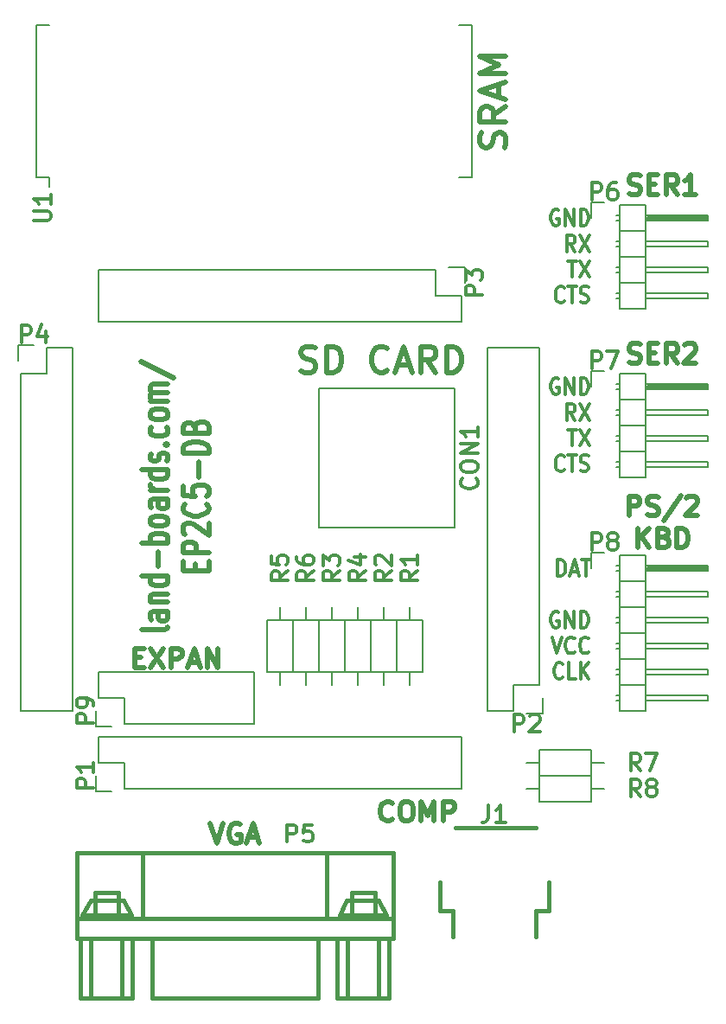
<source format=gto>
G04 #@! TF.FileFunction,Legend,Top*
%FSLAX46Y46*%
G04 Gerber Fmt 4.6, Leading zero omitted, Abs format (unit mm)*
G04 Created by KiCad (PCBNEW (after 2015-mar-04 BZR unknown)-product) date 11/23/2016 1:26:53 PM*
%MOMM*%
G01*
G04 APERTURE LIST*
%ADD10C,0.150000*%
%ADD11C,0.476250*%
%ADD12C,0.300000*%
%ADD13C,0.508000*%
%ADD14C,0.381000*%
%ADD15C,0.200660*%
%ADD16C,0.317500*%
G04 APERTURE END LIST*
D10*
D11*
X22587857Y-77333929D02*
X23222857Y-77333929D01*
X23495000Y-78331786D02*
X22587857Y-78331786D01*
X22587857Y-76426786D01*
X23495000Y-76426786D01*
X24130000Y-76426786D02*
X25400000Y-78331786D01*
X25400000Y-76426786D02*
X24130000Y-78331786D01*
X26125714Y-78331786D02*
X26125714Y-76426786D01*
X26851429Y-76426786D01*
X27032857Y-76517500D01*
X27123572Y-76608214D01*
X27214286Y-76789643D01*
X27214286Y-77061786D01*
X27123572Y-77243214D01*
X27032857Y-77333929D01*
X26851429Y-77424643D01*
X26125714Y-77424643D01*
X27940000Y-77787500D02*
X28847143Y-77787500D01*
X27758572Y-78331786D02*
X28393572Y-76426786D01*
X29028572Y-78331786D01*
X29663571Y-78331786D02*
X29663571Y-76426786D01*
X30752143Y-78331786D01*
X30752143Y-76426786D01*
D12*
X63983809Y-69341905D02*
X63983809Y-67754405D01*
X64316428Y-67754405D01*
X64516000Y-67830000D01*
X64649047Y-67981190D01*
X64715571Y-68132381D01*
X64782095Y-68434762D01*
X64782095Y-68661548D01*
X64715571Y-68963929D01*
X64649047Y-69115119D01*
X64516000Y-69266310D01*
X64316428Y-69341905D01*
X63983809Y-69341905D01*
X65314285Y-68888333D02*
X65979523Y-68888333D01*
X65181238Y-69341905D02*
X65646904Y-67754405D01*
X66112571Y-69341905D01*
X66378667Y-67754405D02*
X67176952Y-67754405D01*
X66777809Y-69341905D02*
X66777809Y-67754405D01*
X64116857Y-72875000D02*
X63983809Y-72799405D01*
X63784238Y-72799405D01*
X63584666Y-72875000D01*
X63451619Y-73026190D01*
X63385095Y-73177381D01*
X63318571Y-73479762D01*
X63318571Y-73706548D01*
X63385095Y-74008929D01*
X63451619Y-74160119D01*
X63584666Y-74311310D01*
X63784238Y-74386905D01*
X63917286Y-74386905D01*
X64116857Y-74311310D01*
X64183381Y-74235714D01*
X64183381Y-73706548D01*
X63917286Y-73706548D01*
X64782095Y-74386905D02*
X64782095Y-72799405D01*
X65580381Y-74386905D01*
X65580381Y-72799405D01*
X66245619Y-74386905D02*
X66245619Y-72799405D01*
X66578238Y-72799405D01*
X66777810Y-72875000D01*
X66910857Y-73026190D01*
X66977381Y-73177381D01*
X67043905Y-73479762D01*
X67043905Y-73706548D01*
X66977381Y-74008929D01*
X66910857Y-74160119D01*
X66777810Y-74311310D01*
X66578238Y-74386905D01*
X66245619Y-74386905D01*
X63451619Y-75321905D02*
X63917285Y-76909405D01*
X64382952Y-75321905D01*
X65646905Y-76758214D02*
X65580381Y-76833810D01*
X65380810Y-76909405D01*
X65247762Y-76909405D01*
X65048190Y-76833810D01*
X64915143Y-76682619D01*
X64848619Y-76531429D01*
X64782095Y-76229048D01*
X64782095Y-76002262D01*
X64848619Y-75699881D01*
X64915143Y-75548690D01*
X65048190Y-75397500D01*
X65247762Y-75321905D01*
X65380810Y-75321905D01*
X65580381Y-75397500D01*
X65646905Y-75473095D01*
X67043905Y-76758214D02*
X66977381Y-76833810D01*
X66777810Y-76909405D01*
X66644762Y-76909405D01*
X66445190Y-76833810D01*
X66312143Y-76682619D01*
X66245619Y-76531429D01*
X66179095Y-76229048D01*
X66179095Y-76002262D01*
X66245619Y-75699881D01*
X66312143Y-75548690D01*
X66445190Y-75397500D01*
X66644762Y-75321905D01*
X66777810Y-75321905D01*
X66977381Y-75397500D01*
X67043905Y-75473095D01*
X64516000Y-79280714D02*
X64449476Y-79356310D01*
X64249905Y-79431905D01*
X64116857Y-79431905D01*
X63917285Y-79356310D01*
X63784238Y-79205119D01*
X63717714Y-79053929D01*
X63651190Y-78751548D01*
X63651190Y-78524762D01*
X63717714Y-78222381D01*
X63784238Y-78071190D01*
X63917285Y-77920000D01*
X64116857Y-77844405D01*
X64249905Y-77844405D01*
X64449476Y-77920000D01*
X64516000Y-77995595D01*
X65779952Y-79431905D02*
X65114714Y-79431905D01*
X65114714Y-77844405D01*
X66245619Y-79431905D02*
X66245619Y-77844405D01*
X67043905Y-79431905D02*
X66445190Y-78524762D01*
X67043905Y-77844405D02*
X66245619Y-78751548D01*
D11*
X47842715Y-93136357D02*
X47752001Y-93227071D01*
X47479858Y-93317786D01*
X47298429Y-93317786D01*
X47026286Y-93227071D01*
X46844858Y-93045643D01*
X46754143Y-92864214D01*
X46663429Y-92501357D01*
X46663429Y-92229214D01*
X46754143Y-91866357D01*
X46844858Y-91684929D01*
X47026286Y-91503500D01*
X47298429Y-91412786D01*
X47479858Y-91412786D01*
X47752001Y-91503500D01*
X47842715Y-91594214D01*
X49022001Y-91412786D02*
X49384858Y-91412786D01*
X49566286Y-91503500D01*
X49747715Y-91684929D01*
X49838429Y-92047786D01*
X49838429Y-92682786D01*
X49747715Y-93045643D01*
X49566286Y-93227071D01*
X49384858Y-93317786D01*
X49022001Y-93317786D01*
X48840572Y-93227071D01*
X48659143Y-93045643D01*
X48568429Y-92682786D01*
X48568429Y-92047786D01*
X48659143Y-91684929D01*
X48840572Y-91503500D01*
X49022001Y-91412786D01*
X50654857Y-93317786D02*
X50654857Y-91412786D01*
X51289857Y-92773500D01*
X51924857Y-91412786D01*
X51924857Y-93317786D01*
X52832000Y-93317786D02*
X52832000Y-91412786D01*
X53557715Y-91412786D01*
X53739143Y-91503500D01*
X53829858Y-91594214D01*
X53920572Y-91775643D01*
X53920572Y-92047786D01*
X53829858Y-92229214D01*
X53739143Y-92319929D01*
X53557715Y-92410643D01*
X52832000Y-92410643D01*
D13*
X38874096Y-49288095D02*
X39236953Y-49409048D01*
X39841715Y-49409048D01*
X40083619Y-49288095D01*
X40204572Y-49167143D01*
X40325524Y-48925238D01*
X40325524Y-48683333D01*
X40204572Y-48441429D01*
X40083619Y-48320476D01*
X39841715Y-48199524D01*
X39357905Y-48078571D01*
X39116000Y-47957619D01*
X38995048Y-47836667D01*
X38874096Y-47594762D01*
X38874096Y-47352857D01*
X38995048Y-47110952D01*
X39116000Y-46990000D01*
X39357905Y-46869048D01*
X39962667Y-46869048D01*
X40325524Y-46990000D01*
X41414096Y-49409048D02*
X41414096Y-46869048D01*
X42018858Y-46869048D01*
X42381715Y-46990000D01*
X42623620Y-47231905D01*
X42744572Y-47473810D01*
X42865524Y-47957619D01*
X42865524Y-48320476D01*
X42744572Y-48804286D01*
X42623620Y-49046190D01*
X42381715Y-49288095D01*
X42018858Y-49409048D01*
X41414096Y-49409048D01*
X47340762Y-49167143D02*
X47219810Y-49288095D01*
X46856953Y-49409048D01*
X46615048Y-49409048D01*
X46252191Y-49288095D01*
X46010286Y-49046190D01*
X45889334Y-48804286D01*
X45768382Y-48320476D01*
X45768382Y-47957619D01*
X45889334Y-47473810D01*
X46010286Y-47231905D01*
X46252191Y-46990000D01*
X46615048Y-46869048D01*
X46856953Y-46869048D01*
X47219810Y-46990000D01*
X47340762Y-47110952D01*
X48308382Y-48683333D02*
X49517905Y-48683333D01*
X48066477Y-49409048D02*
X48913143Y-46869048D01*
X49759810Y-49409048D01*
X52057905Y-49409048D02*
X51211239Y-48199524D01*
X50606477Y-49409048D02*
X50606477Y-46869048D01*
X51574096Y-46869048D01*
X51816001Y-46990000D01*
X51936953Y-47110952D01*
X52057905Y-47352857D01*
X52057905Y-47715714D01*
X51936953Y-47957619D01*
X51816001Y-48078571D01*
X51574096Y-48199524D01*
X50606477Y-48199524D01*
X53146477Y-49409048D02*
X53146477Y-46869048D01*
X53751239Y-46869048D01*
X54114096Y-46990000D01*
X54356001Y-47231905D01*
X54476953Y-47473810D01*
X54597905Y-47957619D01*
X54597905Y-48320476D01*
X54476953Y-48804286D01*
X54356001Y-49046190D01*
X54114096Y-49288095D01*
X53751239Y-49409048D01*
X53146477Y-49409048D01*
X58813095Y-27395714D02*
X58934048Y-27032857D01*
X58934048Y-26428095D01*
X58813095Y-26186191D01*
X58692143Y-26065238D01*
X58450238Y-25944286D01*
X58208333Y-25944286D01*
X57966429Y-26065238D01*
X57845476Y-26186191D01*
X57724524Y-26428095D01*
X57603571Y-26911905D01*
X57482619Y-27153810D01*
X57361667Y-27274762D01*
X57119762Y-27395714D01*
X56877857Y-27395714D01*
X56635952Y-27274762D01*
X56515000Y-27153810D01*
X56394048Y-26911905D01*
X56394048Y-26307143D01*
X56515000Y-25944286D01*
X58934048Y-23404286D02*
X57724524Y-24250952D01*
X58934048Y-24855714D02*
X56394048Y-24855714D01*
X56394048Y-23888095D01*
X56515000Y-23646190D01*
X56635952Y-23525238D01*
X56877857Y-23404286D01*
X57240714Y-23404286D01*
X57482619Y-23525238D01*
X57603571Y-23646190D01*
X57724524Y-23888095D01*
X57724524Y-24855714D01*
X58208333Y-22436666D02*
X58208333Y-21227143D01*
X58934048Y-22678571D02*
X56394048Y-21831905D01*
X58934048Y-20985238D01*
X58934048Y-20138571D02*
X56394048Y-20138571D01*
X58208333Y-19291904D01*
X56394048Y-18445238D01*
X58934048Y-18445238D01*
D12*
X64116857Y-50032500D02*
X63983809Y-49956905D01*
X63784238Y-49956905D01*
X63584666Y-50032500D01*
X63451619Y-50183690D01*
X63385095Y-50334881D01*
X63318571Y-50637262D01*
X63318571Y-50864048D01*
X63385095Y-51166429D01*
X63451619Y-51317619D01*
X63584666Y-51468810D01*
X63784238Y-51544405D01*
X63917286Y-51544405D01*
X64116857Y-51468810D01*
X64183381Y-51393214D01*
X64183381Y-50864048D01*
X63917286Y-50864048D01*
X64782095Y-51544405D02*
X64782095Y-49956905D01*
X65580381Y-51544405D01*
X65580381Y-49956905D01*
X66245619Y-51544405D02*
X66245619Y-49956905D01*
X66578238Y-49956905D01*
X66777810Y-50032500D01*
X66910857Y-50183690D01*
X66977381Y-50334881D01*
X67043905Y-50637262D01*
X67043905Y-50864048D01*
X66977381Y-51166429D01*
X66910857Y-51317619D01*
X66777810Y-51468810D01*
X66578238Y-51544405D01*
X66245619Y-51544405D01*
X65713429Y-54066905D02*
X65247762Y-53310952D01*
X64915143Y-54066905D02*
X64915143Y-52479405D01*
X65447334Y-52479405D01*
X65580381Y-52555000D01*
X65646905Y-52630595D01*
X65713429Y-52781786D01*
X65713429Y-53008571D01*
X65646905Y-53159762D01*
X65580381Y-53235357D01*
X65447334Y-53310952D01*
X64915143Y-53310952D01*
X66179095Y-52479405D02*
X67110429Y-54066905D01*
X67110429Y-52479405D02*
X66179095Y-54066905D01*
X65048191Y-55001905D02*
X65846476Y-55001905D01*
X65447333Y-56589405D02*
X65447333Y-55001905D01*
X66179095Y-55001905D02*
X67110429Y-56589405D01*
X67110429Y-55001905D02*
X66179095Y-56589405D01*
X64649048Y-58960714D02*
X64582524Y-59036310D01*
X64382953Y-59111905D01*
X64249905Y-59111905D01*
X64050333Y-59036310D01*
X63917286Y-58885119D01*
X63850762Y-58733929D01*
X63784238Y-58431548D01*
X63784238Y-58204762D01*
X63850762Y-57902381D01*
X63917286Y-57751190D01*
X64050333Y-57600000D01*
X64249905Y-57524405D01*
X64382953Y-57524405D01*
X64582524Y-57600000D01*
X64649048Y-57675595D01*
X65048191Y-57524405D02*
X65846476Y-57524405D01*
X65447333Y-59111905D02*
X65447333Y-57524405D01*
X66245619Y-59036310D02*
X66445191Y-59111905D01*
X66777810Y-59111905D01*
X66910857Y-59036310D01*
X66977381Y-58960714D01*
X67043905Y-58809524D01*
X67043905Y-58658333D01*
X66977381Y-58507143D01*
X66910857Y-58431548D01*
X66777810Y-58355952D01*
X66511714Y-58280357D01*
X66378667Y-58204762D01*
X66312143Y-58129167D01*
X66245619Y-57977976D01*
X66245619Y-57826786D01*
X66312143Y-57675595D01*
X66378667Y-57600000D01*
X66511714Y-57524405D01*
X66844334Y-57524405D01*
X67043905Y-57600000D01*
X64116857Y-33522500D02*
X63983809Y-33446905D01*
X63784238Y-33446905D01*
X63584666Y-33522500D01*
X63451619Y-33673690D01*
X63385095Y-33824881D01*
X63318571Y-34127262D01*
X63318571Y-34354048D01*
X63385095Y-34656429D01*
X63451619Y-34807619D01*
X63584666Y-34958810D01*
X63784238Y-35034405D01*
X63917286Y-35034405D01*
X64116857Y-34958810D01*
X64183381Y-34883214D01*
X64183381Y-34354048D01*
X63917286Y-34354048D01*
X64782095Y-35034405D02*
X64782095Y-33446905D01*
X65580381Y-35034405D01*
X65580381Y-33446905D01*
X66245619Y-35034405D02*
X66245619Y-33446905D01*
X66578238Y-33446905D01*
X66777810Y-33522500D01*
X66910857Y-33673690D01*
X66977381Y-33824881D01*
X67043905Y-34127262D01*
X67043905Y-34354048D01*
X66977381Y-34656429D01*
X66910857Y-34807619D01*
X66777810Y-34958810D01*
X66578238Y-35034405D01*
X66245619Y-35034405D01*
X65713429Y-37556905D02*
X65247762Y-36800952D01*
X64915143Y-37556905D02*
X64915143Y-35969405D01*
X65447334Y-35969405D01*
X65580381Y-36045000D01*
X65646905Y-36120595D01*
X65713429Y-36271786D01*
X65713429Y-36498571D01*
X65646905Y-36649762D01*
X65580381Y-36725357D01*
X65447334Y-36800952D01*
X64915143Y-36800952D01*
X66179095Y-35969405D02*
X67110429Y-37556905D01*
X67110429Y-35969405D02*
X66179095Y-37556905D01*
X65048191Y-38491905D02*
X65846476Y-38491905D01*
X65447333Y-40079405D02*
X65447333Y-38491905D01*
X66179095Y-38491905D02*
X67110429Y-40079405D01*
X67110429Y-38491905D02*
X66179095Y-40079405D01*
X64649048Y-42450714D02*
X64582524Y-42526310D01*
X64382953Y-42601905D01*
X64249905Y-42601905D01*
X64050333Y-42526310D01*
X63917286Y-42375119D01*
X63850762Y-42223929D01*
X63784238Y-41921548D01*
X63784238Y-41694762D01*
X63850762Y-41392381D01*
X63917286Y-41241190D01*
X64050333Y-41090000D01*
X64249905Y-41014405D01*
X64382953Y-41014405D01*
X64582524Y-41090000D01*
X64649048Y-41165595D01*
X65048191Y-41014405D02*
X65846476Y-41014405D01*
X65447333Y-42601905D02*
X65447333Y-41014405D01*
X66245619Y-42526310D02*
X66445191Y-42601905D01*
X66777810Y-42601905D01*
X66910857Y-42526310D01*
X66977381Y-42450714D01*
X67043905Y-42299524D01*
X67043905Y-42148333D01*
X66977381Y-41997143D01*
X66910857Y-41921548D01*
X66777810Y-41845952D01*
X66511714Y-41770357D01*
X66378667Y-41694762D01*
X66312143Y-41619167D01*
X66245619Y-41467976D01*
X66245619Y-41316786D01*
X66312143Y-41165595D01*
X66378667Y-41090000D01*
X66511714Y-41014405D01*
X66844334Y-41014405D01*
X67043905Y-41090000D01*
D11*
X70983928Y-63425161D02*
X70983928Y-61520161D01*
X71709643Y-61520161D01*
X71891071Y-61610875D01*
X71981786Y-61701589D01*
X72072500Y-61883018D01*
X72072500Y-62155161D01*
X71981786Y-62336589D01*
X71891071Y-62427304D01*
X71709643Y-62518018D01*
X70983928Y-62518018D01*
X72798214Y-63334446D02*
X73070357Y-63425161D01*
X73523928Y-63425161D01*
X73705357Y-63334446D01*
X73796071Y-63243732D01*
X73886786Y-63062304D01*
X73886786Y-62880875D01*
X73796071Y-62699446D01*
X73705357Y-62608732D01*
X73523928Y-62518018D01*
X73161071Y-62427304D01*
X72979643Y-62336589D01*
X72888928Y-62245875D01*
X72798214Y-62064446D01*
X72798214Y-61883018D01*
X72888928Y-61701589D01*
X72979643Y-61610875D01*
X73161071Y-61520161D01*
X73614643Y-61520161D01*
X73886786Y-61610875D01*
X76063929Y-61429446D02*
X74431072Y-63878732D01*
X76608214Y-61701589D02*
X76698928Y-61610875D01*
X76880357Y-61520161D01*
X77333928Y-61520161D01*
X77515357Y-61610875D01*
X77606071Y-61701589D01*
X77696786Y-61883018D01*
X77696786Y-62064446D01*
X77606071Y-62336589D01*
X76517500Y-63425161D01*
X77696786Y-63425161D01*
X71891071Y-66568411D02*
X71891071Y-64663411D01*
X72979643Y-66568411D02*
X72163214Y-65479839D01*
X72979643Y-64663411D02*
X71891071Y-65751982D01*
X74431071Y-65570554D02*
X74703214Y-65661268D01*
X74793929Y-65751982D01*
X74884643Y-65933411D01*
X74884643Y-66205554D01*
X74793929Y-66386982D01*
X74703214Y-66477696D01*
X74521786Y-66568411D01*
X73796071Y-66568411D01*
X73796071Y-64663411D01*
X74431071Y-64663411D01*
X74612500Y-64754125D01*
X74703214Y-64844839D01*
X74793929Y-65026268D01*
X74793929Y-65207696D01*
X74703214Y-65389125D01*
X74612500Y-65479839D01*
X74431071Y-65570554D01*
X73796071Y-65570554D01*
X75701071Y-66568411D02*
X75701071Y-64663411D01*
X76154643Y-64663411D01*
X76426786Y-64754125D01*
X76608214Y-64935554D01*
X76698929Y-65116982D01*
X76789643Y-65479839D01*
X76789643Y-65751982D01*
X76698929Y-66114839D01*
X76608214Y-66296268D01*
X76426786Y-66477696D01*
X76154643Y-66568411D01*
X75701071Y-66568411D01*
X71029286Y-48396071D02*
X71301429Y-48486786D01*
X71755000Y-48486786D01*
X71936429Y-48396071D01*
X72027143Y-48305357D01*
X72117858Y-48123929D01*
X72117858Y-47942500D01*
X72027143Y-47761071D01*
X71936429Y-47670357D01*
X71755000Y-47579643D01*
X71392143Y-47488929D01*
X71210715Y-47398214D01*
X71120000Y-47307500D01*
X71029286Y-47126071D01*
X71029286Y-46944643D01*
X71120000Y-46763214D01*
X71210715Y-46672500D01*
X71392143Y-46581786D01*
X71845715Y-46581786D01*
X72117858Y-46672500D01*
X72934286Y-47488929D02*
X73569286Y-47488929D01*
X73841429Y-48486786D02*
X72934286Y-48486786D01*
X72934286Y-46581786D01*
X73841429Y-46581786D01*
X75746429Y-48486786D02*
X75111429Y-47579643D01*
X74657857Y-48486786D02*
X74657857Y-46581786D01*
X75383572Y-46581786D01*
X75565000Y-46672500D01*
X75655715Y-46763214D01*
X75746429Y-46944643D01*
X75746429Y-47216786D01*
X75655715Y-47398214D01*
X75565000Y-47488929D01*
X75383572Y-47579643D01*
X74657857Y-47579643D01*
X76472143Y-46763214D02*
X76562857Y-46672500D01*
X76744286Y-46581786D01*
X77197857Y-46581786D01*
X77379286Y-46672500D01*
X77470000Y-46763214D01*
X77560715Y-46944643D01*
X77560715Y-47126071D01*
X77470000Y-47398214D01*
X76381429Y-48486786D01*
X77560715Y-48486786D01*
X71029286Y-31886071D02*
X71301429Y-31976786D01*
X71755000Y-31976786D01*
X71936429Y-31886071D01*
X72027143Y-31795357D01*
X72117858Y-31613929D01*
X72117858Y-31432500D01*
X72027143Y-31251071D01*
X71936429Y-31160357D01*
X71755000Y-31069643D01*
X71392143Y-30978929D01*
X71210715Y-30888214D01*
X71120000Y-30797500D01*
X71029286Y-30616071D01*
X71029286Y-30434643D01*
X71120000Y-30253214D01*
X71210715Y-30162500D01*
X71392143Y-30071786D01*
X71845715Y-30071786D01*
X72117858Y-30162500D01*
X72934286Y-30978929D02*
X73569286Y-30978929D01*
X73841429Y-31976786D02*
X72934286Y-31976786D01*
X72934286Y-30071786D01*
X73841429Y-30071786D01*
X75746429Y-31976786D02*
X75111429Y-31069643D01*
X74657857Y-31976786D02*
X74657857Y-30071786D01*
X75383572Y-30071786D01*
X75565000Y-30162500D01*
X75655715Y-30253214D01*
X75746429Y-30434643D01*
X75746429Y-30706786D01*
X75655715Y-30888214D01*
X75565000Y-30978929D01*
X75383572Y-31069643D01*
X74657857Y-31069643D01*
X77560715Y-31976786D02*
X76472143Y-31976786D01*
X77016429Y-31976786D02*
X77016429Y-30071786D01*
X76835000Y-30343929D01*
X76653572Y-30525357D01*
X76472143Y-30616071D01*
X25802923Y-74340355D02*
X25681970Y-74521783D01*
X25440065Y-74612498D01*
X23262923Y-74612498D01*
X25802923Y-72798212D02*
X24472446Y-72798212D01*
X24230542Y-72888926D01*
X24109589Y-73070355D01*
X24109589Y-73433212D01*
X24230542Y-73614641D01*
X25681970Y-72798212D02*
X25802923Y-72979641D01*
X25802923Y-73433212D01*
X25681970Y-73614641D01*
X25440065Y-73705355D01*
X25198161Y-73705355D01*
X24956256Y-73614641D01*
X24835304Y-73433212D01*
X24835304Y-72979641D01*
X24714351Y-72798212D01*
X24109589Y-71891070D02*
X25802923Y-71891070D01*
X24351494Y-71891070D02*
X24230542Y-71800355D01*
X24109589Y-71618927D01*
X24109589Y-71346784D01*
X24230542Y-71165355D01*
X24472446Y-71074641D01*
X25802923Y-71074641D01*
X25802923Y-69351070D02*
X23262923Y-69351070D01*
X25681970Y-69351070D02*
X25802923Y-69532499D01*
X25802923Y-69895356D01*
X25681970Y-70076784D01*
X25561018Y-70167499D01*
X25319113Y-70258213D01*
X24593399Y-70258213D01*
X24351494Y-70167499D01*
X24230542Y-70076784D01*
X24109589Y-69895356D01*
X24109589Y-69532499D01*
X24230542Y-69351070D01*
X24835304Y-68443928D02*
X24835304Y-66992499D01*
X25802923Y-66085357D02*
X23262923Y-66085357D01*
X24230542Y-66085357D02*
X24109589Y-65903928D01*
X24109589Y-65541071D01*
X24230542Y-65359642D01*
X24351494Y-65268928D01*
X24593399Y-65178214D01*
X25319113Y-65178214D01*
X25561018Y-65268928D01*
X25681970Y-65359642D01*
X25802923Y-65541071D01*
X25802923Y-65903928D01*
X25681970Y-66085357D01*
X25802923Y-64089643D02*
X25681970Y-64271071D01*
X25561018Y-64361786D01*
X25319113Y-64452500D01*
X24593399Y-64452500D01*
X24351494Y-64361786D01*
X24230542Y-64271071D01*
X24109589Y-64089643D01*
X24109589Y-63817500D01*
X24230542Y-63636071D01*
X24351494Y-63545357D01*
X24593399Y-63454643D01*
X25319113Y-63454643D01*
X25561018Y-63545357D01*
X25681970Y-63636071D01*
X25802923Y-63817500D01*
X25802923Y-64089643D01*
X25802923Y-61821786D02*
X24472446Y-61821786D01*
X24230542Y-61912500D01*
X24109589Y-62093929D01*
X24109589Y-62456786D01*
X24230542Y-62638215D01*
X25681970Y-61821786D02*
X25802923Y-62003215D01*
X25802923Y-62456786D01*
X25681970Y-62638215D01*
X25440065Y-62728929D01*
X25198161Y-62728929D01*
X24956256Y-62638215D01*
X24835304Y-62456786D01*
X24835304Y-62003215D01*
X24714351Y-61821786D01*
X25802923Y-60914644D02*
X24109589Y-60914644D01*
X24593399Y-60914644D02*
X24351494Y-60823929D01*
X24230542Y-60733215D01*
X24109589Y-60551786D01*
X24109589Y-60370358D01*
X25802923Y-58918929D02*
X23262923Y-58918929D01*
X25681970Y-58918929D02*
X25802923Y-59100358D01*
X25802923Y-59463215D01*
X25681970Y-59644643D01*
X25561018Y-59735358D01*
X25319113Y-59826072D01*
X24593399Y-59826072D01*
X24351494Y-59735358D01*
X24230542Y-59644643D01*
X24109589Y-59463215D01*
X24109589Y-59100358D01*
X24230542Y-58918929D01*
X25681970Y-58102501D02*
X25802923Y-57921072D01*
X25802923Y-57558215D01*
X25681970Y-57376787D01*
X25440065Y-57286072D01*
X25319113Y-57286072D01*
X25077208Y-57376787D01*
X24956256Y-57558215D01*
X24956256Y-57830358D01*
X24835304Y-58011787D01*
X24593399Y-58102501D01*
X24472446Y-58102501D01*
X24230542Y-58011787D01*
X24109589Y-57830358D01*
X24109589Y-57558215D01*
X24230542Y-57376787D01*
X25561018Y-56469644D02*
X25681970Y-56378929D01*
X25802923Y-56469644D01*
X25681970Y-56560358D01*
X25561018Y-56469644D01*
X25802923Y-56469644D01*
X25681970Y-54746072D02*
X25802923Y-54927501D01*
X25802923Y-55290358D01*
X25681970Y-55471786D01*
X25561018Y-55562501D01*
X25319113Y-55653215D01*
X24593399Y-55653215D01*
X24351494Y-55562501D01*
X24230542Y-55471786D01*
X24109589Y-55290358D01*
X24109589Y-54927501D01*
X24230542Y-54746072D01*
X25802923Y-53657501D02*
X25681970Y-53838929D01*
X25561018Y-53929644D01*
X25319113Y-54020358D01*
X24593399Y-54020358D01*
X24351494Y-53929644D01*
X24230542Y-53838929D01*
X24109589Y-53657501D01*
X24109589Y-53385358D01*
X24230542Y-53203929D01*
X24351494Y-53113215D01*
X24593399Y-53022501D01*
X25319113Y-53022501D01*
X25561018Y-53113215D01*
X25681970Y-53203929D01*
X25802923Y-53385358D01*
X25802923Y-53657501D01*
X25802923Y-52206073D02*
X24109589Y-52206073D01*
X24351494Y-52206073D02*
X24230542Y-52115358D01*
X24109589Y-51933930D01*
X24109589Y-51661787D01*
X24230542Y-51480358D01*
X24472446Y-51389644D01*
X25802923Y-51389644D01*
X24472446Y-51389644D02*
X24230542Y-51298930D01*
X24109589Y-51117501D01*
X24109589Y-50845358D01*
X24230542Y-50663930D01*
X24472446Y-50573215D01*
X25802923Y-50573215D01*
X23141970Y-48305358D02*
X26407685Y-49938215D01*
X28504696Y-68806786D02*
X28504696Y-68171786D01*
X29835173Y-67899643D02*
X29835173Y-68806786D01*
X27295173Y-68806786D01*
X27295173Y-67899643D01*
X29835173Y-67083215D02*
X27295173Y-67083215D01*
X27295173Y-66357500D01*
X27416125Y-66176072D01*
X27537077Y-66085357D01*
X27778982Y-65994643D01*
X28141839Y-65994643D01*
X28383744Y-66085357D01*
X28504696Y-66176072D01*
X28625649Y-66357500D01*
X28625649Y-67083215D01*
X27537077Y-65268929D02*
X27416125Y-65178215D01*
X27295173Y-64996786D01*
X27295173Y-64543215D01*
X27416125Y-64361786D01*
X27537077Y-64271072D01*
X27778982Y-64180357D01*
X28020887Y-64180357D01*
X28383744Y-64271072D01*
X29835173Y-65359643D01*
X29835173Y-64180357D01*
X29593268Y-62275357D02*
X29714220Y-62366071D01*
X29835173Y-62638214D01*
X29835173Y-62819643D01*
X29714220Y-63091786D01*
X29472315Y-63273214D01*
X29230411Y-63363929D01*
X28746601Y-63454643D01*
X28383744Y-63454643D01*
X27899935Y-63363929D01*
X27658030Y-63273214D01*
X27416125Y-63091786D01*
X27295173Y-62819643D01*
X27295173Y-62638214D01*
X27416125Y-62366071D01*
X27537077Y-62275357D01*
X27295173Y-60551786D02*
X27295173Y-61458929D01*
X28504696Y-61549643D01*
X28383744Y-61458929D01*
X28262792Y-61277500D01*
X28262792Y-60823929D01*
X28383744Y-60642500D01*
X28504696Y-60551786D01*
X28746601Y-60461071D01*
X29351363Y-60461071D01*
X29593268Y-60551786D01*
X29714220Y-60642500D01*
X29835173Y-60823929D01*
X29835173Y-61277500D01*
X29714220Y-61458929D01*
X29593268Y-61549643D01*
X28867554Y-59644643D02*
X28867554Y-58193214D01*
X29835173Y-57286072D02*
X27295173Y-57286072D01*
X27295173Y-56832500D01*
X27416125Y-56560357D01*
X27658030Y-56378929D01*
X27899935Y-56288214D01*
X28383744Y-56197500D01*
X28746601Y-56197500D01*
X29230411Y-56288214D01*
X29472315Y-56378929D01*
X29714220Y-56560357D01*
X29835173Y-56832500D01*
X29835173Y-57286072D01*
X28504696Y-54746072D02*
X28625649Y-54473929D01*
X28746601Y-54383214D01*
X28988506Y-54292500D01*
X29351363Y-54292500D01*
X29593268Y-54383214D01*
X29714220Y-54473929D01*
X29835173Y-54655357D01*
X29835173Y-55381072D01*
X27295173Y-55381072D01*
X27295173Y-54746072D01*
X27416125Y-54564643D01*
X27537077Y-54473929D01*
X27778982Y-54383214D01*
X28020887Y-54383214D01*
X28262792Y-54473929D01*
X28383744Y-54564643D01*
X28504696Y-54746072D01*
X28504696Y-55381072D01*
D10*
X54610000Y-85090000D02*
X19050000Y-85090000D01*
X21590000Y-90170000D02*
X54610000Y-90170000D01*
X54610000Y-85090000D02*
X54610000Y-90170000D01*
X19050000Y-85090000D02*
X19050000Y-87630000D01*
X18770000Y-88900000D02*
X18770000Y-90450000D01*
X19050000Y-87630000D02*
X21590000Y-87630000D01*
X21590000Y-87630000D02*
X21590000Y-90170000D01*
X18770000Y-90450000D02*
X20320000Y-90450000D01*
X57150000Y-46990000D02*
X57150000Y-82550000D01*
X62230000Y-80010000D02*
X62230000Y-46990000D01*
X57150000Y-46990000D02*
X62230000Y-46990000D01*
X57150000Y-82550000D02*
X59690000Y-82550000D01*
X60960000Y-82830000D02*
X62510000Y-82830000D01*
X59690000Y-82550000D02*
X59690000Y-80010000D01*
X59690000Y-80010000D02*
X62230000Y-80010000D01*
X62510000Y-82830000D02*
X62510000Y-81280000D01*
X19050000Y-44450000D02*
X54610000Y-44450000D01*
X52070000Y-39370000D02*
X19050000Y-39370000D01*
X19050000Y-44450000D02*
X19050000Y-39370000D01*
X54610000Y-44450000D02*
X54610000Y-41910000D01*
X54890000Y-40640000D02*
X54890000Y-39090000D01*
X54610000Y-41910000D02*
X52070000Y-41910000D01*
X52070000Y-41910000D02*
X52070000Y-39370000D01*
X54890000Y-39090000D02*
X53340000Y-39090000D01*
X16510000Y-82550000D02*
X16510000Y-46990000D01*
X11430000Y-49530000D02*
X11430000Y-82550000D01*
X16510000Y-82550000D02*
X11430000Y-82550000D01*
X16510000Y-46990000D02*
X13970000Y-46990000D01*
X12700000Y-46710000D02*
X11150000Y-46710000D01*
X13970000Y-46990000D02*
X13970000Y-49530000D01*
X13970000Y-49530000D02*
X11430000Y-49530000D01*
X11150000Y-46710000D02*
X11150000Y-48260000D01*
X12945000Y-30345000D02*
X14215000Y-30345000D01*
X12945000Y-15375000D02*
X14215000Y-15375000D01*
X55635000Y-15375000D02*
X54365000Y-15375000D01*
X55635000Y-30345000D02*
X54365000Y-30345000D01*
X12945000Y-30345000D02*
X12945000Y-15375000D01*
X55635000Y-30345000D02*
X55635000Y-15375000D01*
X14215000Y-30345000D02*
X14215000Y-31280000D01*
X48260000Y-78740000D02*
X48260000Y-73660000D01*
X48260000Y-73660000D02*
X50800000Y-73660000D01*
X50800000Y-73660000D02*
X50800000Y-78740000D01*
X50800000Y-78740000D02*
X48260000Y-78740000D01*
X49530000Y-78740000D02*
X49530000Y-80010000D01*
X49530000Y-73660000D02*
X49530000Y-72390000D01*
X45720000Y-78740000D02*
X45720000Y-73660000D01*
X45720000Y-73660000D02*
X48260000Y-73660000D01*
X48260000Y-73660000D02*
X48260000Y-78740000D01*
X48260000Y-78740000D02*
X45720000Y-78740000D01*
X46990000Y-78740000D02*
X46990000Y-80010000D01*
X46990000Y-73660000D02*
X46990000Y-72390000D01*
X40640000Y-78740000D02*
X40640000Y-73660000D01*
X40640000Y-73660000D02*
X43180000Y-73660000D01*
X43180000Y-73660000D02*
X43180000Y-78740000D01*
X43180000Y-78740000D02*
X40640000Y-78740000D01*
X41910000Y-78740000D02*
X41910000Y-80010000D01*
X41910000Y-73660000D02*
X41910000Y-72390000D01*
X43180000Y-78740000D02*
X43180000Y-73660000D01*
X43180000Y-73660000D02*
X45720000Y-73660000D01*
X45720000Y-73660000D02*
X45720000Y-78740000D01*
X45720000Y-78740000D02*
X43180000Y-78740000D01*
X44450000Y-78740000D02*
X44450000Y-80010000D01*
X44450000Y-73660000D02*
X44450000Y-72390000D01*
X35560000Y-78740000D02*
X35560000Y-73660000D01*
X35560000Y-73660000D02*
X38100000Y-73660000D01*
X38100000Y-73660000D02*
X38100000Y-78740000D01*
X38100000Y-78740000D02*
X35560000Y-78740000D01*
X36830000Y-78740000D02*
X36830000Y-80010000D01*
X36830000Y-73660000D02*
X36830000Y-72390000D01*
X38100000Y-78740000D02*
X38100000Y-73660000D01*
X38100000Y-73660000D02*
X40640000Y-73660000D01*
X40640000Y-73660000D02*
X40640000Y-78740000D01*
X40640000Y-78740000D02*
X38100000Y-78740000D01*
X39370000Y-78740000D02*
X39370000Y-80010000D01*
X39370000Y-73660000D02*
X39370000Y-72390000D01*
D14*
X22352000Y-104775000D02*
X22352000Y-110617000D01*
X21463000Y-101092000D02*
X22225000Y-102489000D01*
X18288000Y-101092000D02*
X17399000Y-102489000D01*
X23368000Y-96393000D02*
X23368000Y-102870000D01*
X16891000Y-104775000D02*
X16891000Y-96393000D01*
X47879000Y-96393000D02*
X47879000Y-104775000D01*
X47879000Y-96393000D02*
X16891000Y-96393000D01*
X41402000Y-102870000D02*
X41402000Y-96393000D01*
X46482000Y-101092000D02*
X47244000Y-102489000D01*
X43307000Y-101092000D02*
X42672000Y-102489000D01*
X43307000Y-101092000D02*
X46482000Y-101092000D01*
X18288000Y-101092000D02*
X21463000Y-101092000D01*
X47244000Y-102489000D02*
X42672000Y-102489000D01*
X42672000Y-102489000D02*
X42672000Y-102743000D01*
X42672000Y-102743000D02*
X47244000Y-102743000D01*
X47244000Y-102743000D02*
X47244000Y-102489000D01*
X22225000Y-102489000D02*
X17399000Y-102489000D01*
X17399000Y-102489000D02*
X17399000Y-102743000D01*
X17399000Y-102743000D02*
X22225000Y-102743000D01*
X22225000Y-102743000D02*
X22225000Y-102489000D01*
X43815000Y-102870000D02*
X43815000Y-100330000D01*
X43815000Y-100330000D02*
X46101000Y-100330000D01*
X46101000Y-100330000D02*
X46101000Y-102870000D01*
X18669000Y-102870000D02*
X18669000Y-100330000D01*
X18669000Y-100330000D02*
X20955000Y-100330000D01*
X20955000Y-100330000D02*
X20955000Y-102870000D01*
X16891000Y-102870000D02*
X47879000Y-102870000D01*
X21336000Y-104775000D02*
X21336000Y-110617000D01*
X18288000Y-104775000D02*
X18288000Y-110617000D01*
X46482000Y-104775000D02*
X46482000Y-110617000D01*
X43434000Y-104775000D02*
X43434000Y-110617000D01*
X42418000Y-104775000D02*
X42418000Y-110617000D01*
X42418000Y-110617000D02*
X47498000Y-110617000D01*
X47498000Y-110617000D02*
X47498000Y-104902000D01*
X17272000Y-104775000D02*
X17272000Y-110617000D01*
X17272000Y-110617000D02*
X22352000Y-110617000D01*
X24257000Y-104775000D02*
X24257000Y-110617000D01*
X24257000Y-110617000D02*
X40513000Y-110617000D01*
X40513000Y-110617000D02*
X40513000Y-104775000D01*
X16891000Y-104775000D02*
X47879000Y-104775000D01*
D10*
X67280000Y-32740000D02*
X67280000Y-34290000D01*
X68580000Y-32740000D02*
X67280000Y-32740000D01*
X72771000Y-34163000D02*
X78613000Y-34163000D01*
X78613000Y-34163000D02*
X78613000Y-34417000D01*
X78613000Y-34417000D02*
X72771000Y-34417000D01*
X72771000Y-34417000D02*
X72771000Y-34290000D01*
X72771000Y-34290000D02*
X78613000Y-34290000D01*
X70104000Y-34036000D02*
X69723000Y-34036000D01*
X70104000Y-34544000D02*
X69723000Y-34544000D01*
X70104000Y-36576000D02*
X69723000Y-36576000D01*
X70104000Y-37084000D02*
X69723000Y-37084000D01*
X70104000Y-39116000D02*
X69723000Y-39116000D01*
X70104000Y-39624000D02*
X69723000Y-39624000D01*
X70104000Y-42164000D02*
X69723000Y-42164000D01*
X70104000Y-41656000D02*
X69723000Y-41656000D01*
X70104000Y-33020000D02*
X72644000Y-33020000D01*
X70104000Y-35560000D02*
X72644000Y-35560000D01*
X70104000Y-35560000D02*
X70104000Y-38100000D01*
X70104000Y-38100000D02*
X72644000Y-38100000D01*
X72644000Y-36576000D02*
X78740000Y-36576000D01*
X78740000Y-36576000D02*
X78740000Y-37084000D01*
X78740000Y-37084000D02*
X72644000Y-37084000D01*
X72644000Y-38100000D02*
X72644000Y-35560000D01*
X72644000Y-35560000D02*
X72644000Y-33020000D01*
X78740000Y-34544000D02*
X72644000Y-34544000D01*
X78740000Y-34036000D02*
X78740000Y-34544000D01*
X72644000Y-34036000D02*
X78740000Y-34036000D01*
X70104000Y-35560000D02*
X72644000Y-35560000D01*
X70104000Y-33020000D02*
X70104000Y-35560000D01*
X70104000Y-40640000D02*
X72644000Y-40640000D01*
X70104000Y-40640000D02*
X70104000Y-43180000D01*
X70104000Y-43180000D02*
X72644000Y-43180000D01*
X72644000Y-41656000D02*
X78740000Y-41656000D01*
X78740000Y-41656000D02*
X78740000Y-42164000D01*
X78740000Y-42164000D02*
X72644000Y-42164000D01*
X72644000Y-43180000D02*
X72644000Y-40640000D01*
X72644000Y-40640000D02*
X72644000Y-38100000D01*
X78740000Y-39624000D02*
X72644000Y-39624000D01*
X78740000Y-39116000D02*
X78740000Y-39624000D01*
X72644000Y-39116000D02*
X78740000Y-39116000D01*
X70104000Y-40640000D02*
X72644000Y-40640000D01*
X70104000Y-38100000D02*
X70104000Y-40640000D01*
X70104000Y-38100000D02*
X72644000Y-38100000D01*
X67280000Y-49250000D02*
X67280000Y-50800000D01*
X68580000Y-49250000D02*
X67280000Y-49250000D01*
X72771000Y-50673000D02*
X78613000Y-50673000D01*
X78613000Y-50673000D02*
X78613000Y-50927000D01*
X78613000Y-50927000D02*
X72771000Y-50927000D01*
X72771000Y-50927000D02*
X72771000Y-50800000D01*
X72771000Y-50800000D02*
X78613000Y-50800000D01*
X70104000Y-50546000D02*
X69723000Y-50546000D01*
X70104000Y-51054000D02*
X69723000Y-51054000D01*
X70104000Y-53086000D02*
X69723000Y-53086000D01*
X70104000Y-53594000D02*
X69723000Y-53594000D01*
X70104000Y-55626000D02*
X69723000Y-55626000D01*
X70104000Y-56134000D02*
X69723000Y-56134000D01*
X70104000Y-58674000D02*
X69723000Y-58674000D01*
X70104000Y-58166000D02*
X69723000Y-58166000D01*
X70104000Y-49530000D02*
X72644000Y-49530000D01*
X70104000Y-52070000D02*
X72644000Y-52070000D01*
X70104000Y-52070000D02*
X70104000Y-54610000D01*
X70104000Y-54610000D02*
X72644000Y-54610000D01*
X72644000Y-53086000D02*
X78740000Y-53086000D01*
X78740000Y-53086000D02*
X78740000Y-53594000D01*
X78740000Y-53594000D02*
X72644000Y-53594000D01*
X72644000Y-54610000D02*
X72644000Y-52070000D01*
X72644000Y-52070000D02*
X72644000Y-49530000D01*
X78740000Y-51054000D02*
X72644000Y-51054000D01*
X78740000Y-50546000D02*
X78740000Y-51054000D01*
X72644000Y-50546000D02*
X78740000Y-50546000D01*
X70104000Y-52070000D02*
X72644000Y-52070000D01*
X70104000Y-49530000D02*
X70104000Y-52070000D01*
X70104000Y-57150000D02*
X72644000Y-57150000D01*
X70104000Y-57150000D02*
X70104000Y-59690000D01*
X70104000Y-59690000D02*
X72644000Y-59690000D01*
X72644000Y-58166000D02*
X78740000Y-58166000D01*
X78740000Y-58166000D02*
X78740000Y-58674000D01*
X78740000Y-58674000D02*
X72644000Y-58674000D01*
X72644000Y-59690000D02*
X72644000Y-57150000D01*
X72644000Y-57150000D02*
X72644000Y-54610000D01*
X78740000Y-56134000D02*
X72644000Y-56134000D01*
X78740000Y-55626000D02*
X78740000Y-56134000D01*
X72644000Y-55626000D02*
X78740000Y-55626000D01*
X70104000Y-57150000D02*
X72644000Y-57150000D01*
X70104000Y-54610000D02*
X70104000Y-57150000D01*
X70104000Y-54610000D02*
X72644000Y-54610000D01*
X67280000Y-67030000D02*
X67280000Y-68580000D01*
X68580000Y-67030000D02*
X67280000Y-67030000D01*
X72771000Y-68453000D02*
X78613000Y-68453000D01*
X78613000Y-68453000D02*
X78613000Y-68707000D01*
X78613000Y-68707000D02*
X72771000Y-68707000D01*
X72771000Y-68707000D02*
X72771000Y-68580000D01*
X72771000Y-68580000D02*
X78613000Y-68580000D01*
X70104000Y-68326000D02*
X69723000Y-68326000D01*
X70104000Y-68834000D02*
X69723000Y-68834000D01*
X70104000Y-70866000D02*
X69723000Y-70866000D01*
X70104000Y-71374000D02*
X69723000Y-71374000D01*
X70104000Y-73406000D02*
X69723000Y-73406000D01*
X70104000Y-73914000D02*
X69723000Y-73914000D01*
X70104000Y-81534000D02*
X69723000Y-81534000D01*
X70104000Y-81026000D02*
X69723000Y-81026000D01*
X70104000Y-78994000D02*
X69723000Y-78994000D01*
X70104000Y-78486000D02*
X69723000Y-78486000D01*
X70104000Y-76454000D02*
X69723000Y-76454000D01*
X70104000Y-75946000D02*
X69723000Y-75946000D01*
X70104000Y-67310000D02*
X72644000Y-67310000D01*
X70104000Y-69850000D02*
X72644000Y-69850000D01*
X70104000Y-69850000D02*
X70104000Y-72390000D01*
X70104000Y-72390000D02*
X72644000Y-72390000D01*
X72644000Y-70866000D02*
X78740000Y-70866000D01*
X78740000Y-70866000D02*
X78740000Y-71374000D01*
X78740000Y-71374000D02*
X72644000Y-71374000D01*
X72644000Y-72390000D02*
X72644000Y-69850000D01*
X72644000Y-69850000D02*
X72644000Y-67310000D01*
X78740000Y-68834000D02*
X72644000Y-68834000D01*
X78740000Y-68326000D02*
X78740000Y-68834000D01*
X72644000Y-68326000D02*
X78740000Y-68326000D01*
X70104000Y-69850000D02*
X72644000Y-69850000D01*
X70104000Y-67310000D02*
X70104000Y-69850000D01*
X70104000Y-77470000D02*
X72644000Y-77470000D01*
X70104000Y-77470000D02*
X70104000Y-80010000D01*
X70104000Y-80010000D02*
X72644000Y-80010000D01*
X72644000Y-78486000D02*
X78740000Y-78486000D01*
X78740000Y-78486000D02*
X78740000Y-78994000D01*
X78740000Y-78994000D02*
X72644000Y-78994000D01*
X72644000Y-80010000D02*
X72644000Y-77470000D01*
X72644000Y-82550000D02*
X72644000Y-80010000D01*
X78740000Y-81534000D02*
X72644000Y-81534000D01*
X78740000Y-81026000D02*
X78740000Y-81534000D01*
X72644000Y-81026000D02*
X78740000Y-81026000D01*
X70104000Y-82550000D02*
X72644000Y-82550000D01*
X70104000Y-80010000D02*
X70104000Y-82550000D01*
X70104000Y-80010000D02*
X72644000Y-80010000D01*
X70104000Y-74930000D02*
X72644000Y-74930000D01*
X70104000Y-74930000D02*
X70104000Y-77470000D01*
X70104000Y-77470000D02*
X72644000Y-77470000D01*
X72644000Y-75946000D02*
X78740000Y-75946000D01*
X78740000Y-75946000D02*
X78740000Y-76454000D01*
X78740000Y-76454000D02*
X72644000Y-76454000D01*
X72644000Y-77470000D02*
X72644000Y-74930000D01*
X72644000Y-74930000D02*
X72644000Y-72390000D01*
X78740000Y-73914000D02*
X72644000Y-73914000D01*
X78740000Y-73406000D02*
X78740000Y-73914000D01*
X72644000Y-73406000D02*
X78740000Y-73406000D01*
X70104000Y-74930000D02*
X72644000Y-74930000D01*
X70104000Y-72390000D02*
X70104000Y-74930000D01*
X70104000Y-72390000D02*
X72644000Y-72390000D01*
D14*
X61595000Y-93980000D02*
X61849000Y-93980000D01*
X55245000Y-93980000D02*
X53975000Y-93980000D01*
X52451000Y-99314000D02*
X52451000Y-102108000D01*
X52451000Y-102108000D02*
X53721000Y-102108000D01*
X53721000Y-102108000D02*
X53721000Y-104648000D01*
X63119000Y-99314000D02*
X63119000Y-102108000D01*
X63119000Y-102108000D02*
X61849000Y-102108000D01*
X61849000Y-102108000D02*
X61849000Y-104648000D01*
X61595000Y-93980000D02*
X55245000Y-93980000D01*
D10*
X67310000Y-88900000D02*
X62230000Y-88900000D01*
X62230000Y-88900000D02*
X62230000Y-86360000D01*
X62230000Y-86360000D02*
X67310000Y-86360000D01*
X67310000Y-86360000D02*
X67310000Y-88900000D01*
X67310000Y-87630000D02*
X68580000Y-87630000D01*
X62230000Y-87630000D02*
X60960000Y-87630000D01*
X67310000Y-91440000D02*
X62230000Y-91440000D01*
X62230000Y-91440000D02*
X62230000Y-88900000D01*
X62230000Y-88900000D02*
X67310000Y-88900000D01*
X67310000Y-88900000D02*
X67310000Y-91440000D01*
X67310000Y-90170000D02*
X68580000Y-90170000D01*
X62230000Y-90170000D02*
X60960000Y-90170000D01*
D15*
X40640000Y-50985420D02*
X53939440Y-50985420D01*
X53939440Y-50985420D02*
X53939440Y-64584580D01*
X53939440Y-64584580D02*
X40640000Y-64584580D01*
X40640000Y-64584580D02*
X40640000Y-50985420D01*
D10*
X34290000Y-78740000D02*
X19050000Y-78740000D01*
X21590000Y-83820000D02*
X34290000Y-83820000D01*
X34290000Y-78740000D02*
X34290000Y-83820000D01*
X19050000Y-78740000D02*
X19050000Y-81280000D01*
X18770000Y-82550000D02*
X18770000Y-84100000D01*
X19050000Y-81280000D02*
X21590000Y-81280000D01*
X21590000Y-81280000D02*
X21590000Y-83820000D01*
X18770000Y-84100000D02*
X20320000Y-84100000D01*
D16*
X18526881Y-90118595D02*
X16875881Y-90118595D01*
X16875881Y-89489642D01*
X16954500Y-89332404D01*
X17033119Y-89253785D01*
X17190357Y-89175166D01*
X17426214Y-89175166D01*
X17583452Y-89253785D01*
X17662071Y-89332404D01*
X17740690Y-89489642D01*
X17740690Y-90118595D01*
X18526881Y-87602785D02*
X18526881Y-88546214D01*
X18526881Y-88074500D02*
X16875881Y-88074500D01*
X17111738Y-88231738D01*
X17268976Y-88388976D01*
X17347595Y-88546214D01*
X59741405Y-84566881D02*
X59741405Y-82915881D01*
X60370358Y-82915881D01*
X60527596Y-82994500D01*
X60606215Y-83073119D01*
X60684834Y-83230357D01*
X60684834Y-83466214D01*
X60606215Y-83623452D01*
X60527596Y-83702071D01*
X60370358Y-83780690D01*
X59741405Y-83780690D01*
X61313786Y-83073119D02*
X61392405Y-82994500D01*
X61549643Y-82915881D01*
X61942739Y-82915881D01*
X62099977Y-82994500D01*
X62178596Y-83073119D01*
X62257215Y-83230357D01*
X62257215Y-83387595D01*
X62178596Y-83623452D01*
X61235167Y-84566881D01*
X62257215Y-84566881D01*
X56626881Y-41858595D02*
X54975881Y-41858595D01*
X54975881Y-41229642D01*
X55054500Y-41072404D01*
X55133119Y-40993785D01*
X55290357Y-40915166D01*
X55526214Y-40915166D01*
X55683452Y-40993785D01*
X55762071Y-41072404D01*
X55840690Y-41229642D01*
X55840690Y-41858595D01*
X54975881Y-40364833D02*
X54975881Y-39342785D01*
X55604833Y-39893119D01*
X55604833Y-39657261D01*
X55683452Y-39500023D01*
X55762071Y-39421404D01*
X55919310Y-39342785D01*
X56312405Y-39342785D01*
X56469643Y-39421404D01*
X56548262Y-39500023D01*
X56626881Y-39657261D01*
X56626881Y-40128976D01*
X56548262Y-40286214D01*
X56469643Y-40364833D01*
X11481405Y-46466881D02*
X11481405Y-44815881D01*
X12110358Y-44815881D01*
X12267596Y-44894500D01*
X12346215Y-44973119D01*
X12424834Y-45130357D01*
X12424834Y-45366214D01*
X12346215Y-45523452D01*
X12267596Y-45602071D01*
X12110358Y-45680690D01*
X11481405Y-45680690D01*
X13839977Y-45366214D02*
X13839977Y-46466881D01*
X13446881Y-44737262D02*
X13053786Y-45916548D01*
X14075834Y-45916548D01*
X12684881Y-34557305D02*
X14021405Y-34557305D01*
X14178643Y-34478686D01*
X14257262Y-34400067D01*
X14335881Y-34242829D01*
X14335881Y-33928352D01*
X14257262Y-33771114D01*
X14178643Y-33692495D01*
X14021405Y-33613876D01*
X12684881Y-33613876D01*
X14335881Y-31962876D02*
X14335881Y-32906305D01*
X14335881Y-32434591D02*
X12684881Y-32434591D01*
X12920738Y-32591829D01*
X13077976Y-32749067D01*
X13156595Y-32906305D01*
X50276881Y-68855166D02*
X49490690Y-69405500D01*
X50276881Y-69798595D02*
X48625881Y-69798595D01*
X48625881Y-69169642D01*
X48704500Y-69012404D01*
X48783119Y-68933785D01*
X48940357Y-68855166D01*
X49176214Y-68855166D01*
X49333452Y-68933785D01*
X49412071Y-69012404D01*
X49490690Y-69169642D01*
X49490690Y-69798595D01*
X50276881Y-67282785D02*
X50276881Y-68226214D01*
X50276881Y-67754500D02*
X48625881Y-67754500D01*
X48861738Y-67911738D01*
X49018976Y-68068976D01*
X49097595Y-68226214D01*
X47736881Y-68855166D02*
X46950690Y-69405500D01*
X47736881Y-69798595D02*
X46085881Y-69798595D01*
X46085881Y-69169642D01*
X46164500Y-69012404D01*
X46243119Y-68933785D01*
X46400357Y-68855166D01*
X46636214Y-68855166D01*
X46793452Y-68933785D01*
X46872071Y-69012404D01*
X46950690Y-69169642D01*
X46950690Y-69798595D01*
X46243119Y-68226214D02*
X46164500Y-68147595D01*
X46085881Y-67990357D01*
X46085881Y-67597261D01*
X46164500Y-67440023D01*
X46243119Y-67361404D01*
X46400357Y-67282785D01*
X46557595Y-67282785D01*
X46793452Y-67361404D01*
X47736881Y-68304833D01*
X47736881Y-67282785D01*
X42656881Y-68855166D02*
X41870690Y-69405500D01*
X42656881Y-69798595D02*
X41005881Y-69798595D01*
X41005881Y-69169642D01*
X41084500Y-69012404D01*
X41163119Y-68933785D01*
X41320357Y-68855166D01*
X41556214Y-68855166D01*
X41713452Y-68933785D01*
X41792071Y-69012404D01*
X41870690Y-69169642D01*
X41870690Y-69798595D01*
X41005881Y-68304833D02*
X41005881Y-67282785D01*
X41634833Y-67833119D01*
X41634833Y-67597261D01*
X41713452Y-67440023D01*
X41792071Y-67361404D01*
X41949310Y-67282785D01*
X42342405Y-67282785D01*
X42499643Y-67361404D01*
X42578262Y-67440023D01*
X42656881Y-67597261D01*
X42656881Y-68068976D01*
X42578262Y-68226214D01*
X42499643Y-68304833D01*
X45196881Y-68855166D02*
X44410690Y-69405500D01*
X45196881Y-69798595D02*
X43545881Y-69798595D01*
X43545881Y-69169642D01*
X43624500Y-69012404D01*
X43703119Y-68933785D01*
X43860357Y-68855166D01*
X44096214Y-68855166D01*
X44253452Y-68933785D01*
X44332071Y-69012404D01*
X44410690Y-69169642D01*
X44410690Y-69798595D01*
X44096214Y-67440023D02*
X45196881Y-67440023D01*
X43467262Y-67833119D02*
X44646548Y-68226214D01*
X44646548Y-67204166D01*
X37589581Y-68855166D02*
X36803390Y-69405500D01*
X37589581Y-69798595D02*
X35938581Y-69798595D01*
X35938581Y-69169642D01*
X36017200Y-69012404D01*
X36095819Y-68933785D01*
X36253057Y-68855166D01*
X36488914Y-68855166D01*
X36646152Y-68933785D01*
X36724771Y-69012404D01*
X36803390Y-69169642D01*
X36803390Y-69798595D01*
X35938581Y-67361404D02*
X35938581Y-68147595D01*
X36724771Y-68226214D01*
X36646152Y-68147595D01*
X36567533Y-67990357D01*
X36567533Y-67597261D01*
X36646152Y-67440023D01*
X36724771Y-67361404D01*
X36882010Y-67282785D01*
X37275105Y-67282785D01*
X37432343Y-67361404D01*
X37510962Y-67440023D01*
X37589581Y-67597261D01*
X37589581Y-67990357D01*
X37510962Y-68147595D01*
X37432343Y-68226214D01*
X40104181Y-68855166D02*
X39317990Y-69405500D01*
X40104181Y-69798595D02*
X38453181Y-69798595D01*
X38453181Y-69169642D01*
X38531800Y-69012404D01*
X38610419Y-68933785D01*
X38767657Y-68855166D01*
X39003514Y-68855166D01*
X39160752Y-68933785D01*
X39239371Y-69012404D01*
X39317990Y-69169642D01*
X39317990Y-69798595D01*
X38453181Y-67440023D02*
X38453181Y-67754500D01*
X38531800Y-67911738D01*
X38610419Y-67990357D01*
X38846276Y-68147595D01*
X39160752Y-68226214D01*
X39789705Y-68226214D01*
X39946943Y-68147595D01*
X40025562Y-68068976D01*
X40104181Y-67911738D01*
X40104181Y-67597261D01*
X40025562Y-67440023D01*
X39946943Y-67361404D01*
X39789705Y-67282785D01*
X39396610Y-67282785D01*
X39239371Y-67361404D01*
X39160752Y-67440023D01*
X39082133Y-67597261D01*
X39082133Y-67911738D01*
X39160752Y-68068976D01*
X39239371Y-68147595D01*
X39396610Y-68226214D01*
X37516405Y-95361881D02*
X37516405Y-93710881D01*
X38145358Y-93710881D01*
X38302596Y-93789500D01*
X38381215Y-93868119D01*
X38459834Y-94025357D01*
X38459834Y-94261214D01*
X38381215Y-94418452D01*
X38302596Y-94497071D01*
X38145358Y-94575690D01*
X37516405Y-94575690D01*
X39953596Y-93710881D02*
X39167405Y-93710881D01*
X39088786Y-94497071D01*
X39167405Y-94418452D01*
X39324643Y-94339833D01*
X39717739Y-94339833D01*
X39874977Y-94418452D01*
X39953596Y-94497071D01*
X40032215Y-94654310D01*
X40032215Y-95047405D01*
X39953596Y-95204643D01*
X39874977Y-95283262D01*
X39717739Y-95361881D01*
X39324643Y-95361881D01*
X39167405Y-95283262D01*
X39088786Y-95204643D01*
D11*
X29981072Y-93571786D02*
X30616072Y-95476786D01*
X31251072Y-93571786D01*
X32883929Y-93662500D02*
X32702500Y-93571786D01*
X32430357Y-93571786D01*
X32158214Y-93662500D01*
X31976786Y-93843929D01*
X31886071Y-94025357D01*
X31795357Y-94388214D01*
X31795357Y-94660357D01*
X31886071Y-95023214D01*
X31976786Y-95204643D01*
X32158214Y-95386071D01*
X32430357Y-95476786D01*
X32611786Y-95476786D01*
X32883929Y-95386071D01*
X32974643Y-95295357D01*
X32974643Y-94660357D01*
X32611786Y-94660357D01*
X33700357Y-94932500D02*
X34607500Y-94932500D01*
X33518929Y-95476786D02*
X34153929Y-93571786D01*
X34788929Y-95476786D01*
D16*
X67361405Y-32496881D02*
X67361405Y-30845881D01*
X67990358Y-30845881D01*
X68147596Y-30924500D01*
X68226215Y-31003119D01*
X68304834Y-31160357D01*
X68304834Y-31396214D01*
X68226215Y-31553452D01*
X68147596Y-31632071D01*
X67990358Y-31710690D01*
X67361405Y-31710690D01*
X69719977Y-30845881D02*
X69405500Y-30845881D01*
X69248262Y-30924500D01*
X69169643Y-31003119D01*
X69012405Y-31238976D01*
X68933786Y-31553452D01*
X68933786Y-32182405D01*
X69012405Y-32339643D01*
X69091024Y-32418262D01*
X69248262Y-32496881D01*
X69562739Y-32496881D01*
X69719977Y-32418262D01*
X69798596Y-32339643D01*
X69877215Y-32182405D01*
X69877215Y-31789310D01*
X69798596Y-31632071D01*
X69719977Y-31553452D01*
X69562739Y-31474833D01*
X69248262Y-31474833D01*
X69091024Y-31553452D01*
X69012405Y-31632071D01*
X68933786Y-31789310D01*
X67361405Y-49006881D02*
X67361405Y-47355881D01*
X67990358Y-47355881D01*
X68147596Y-47434500D01*
X68226215Y-47513119D01*
X68304834Y-47670357D01*
X68304834Y-47906214D01*
X68226215Y-48063452D01*
X68147596Y-48142071D01*
X67990358Y-48220690D01*
X67361405Y-48220690D01*
X68855167Y-47355881D02*
X69955834Y-47355881D01*
X69248262Y-49006881D01*
X67361405Y-66786881D02*
X67361405Y-65135881D01*
X67990358Y-65135881D01*
X68147596Y-65214500D01*
X68226215Y-65293119D01*
X68304834Y-65450357D01*
X68304834Y-65686214D01*
X68226215Y-65843452D01*
X68147596Y-65922071D01*
X67990358Y-66000690D01*
X67361405Y-66000690D01*
X69248262Y-65843452D02*
X69091024Y-65764833D01*
X69012405Y-65686214D01*
X68933786Y-65528976D01*
X68933786Y-65450357D01*
X69012405Y-65293119D01*
X69091024Y-65214500D01*
X69248262Y-65135881D01*
X69562739Y-65135881D01*
X69719977Y-65214500D01*
X69798596Y-65293119D01*
X69877215Y-65450357D01*
X69877215Y-65528976D01*
X69798596Y-65686214D01*
X69719977Y-65764833D01*
X69562739Y-65843452D01*
X69248262Y-65843452D01*
X69091024Y-65922071D01*
X69012405Y-66000690D01*
X68933786Y-66157929D01*
X68933786Y-66472405D01*
X69012405Y-66629643D01*
X69091024Y-66708262D01*
X69248262Y-66786881D01*
X69562739Y-66786881D01*
X69719977Y-66708262D01*
X69798596Y-66629643D01*
X69877215Y-66472405D01*
X69877215Y-66157929D01*
X69798596Y-66000690D01*
X69719977Y-65922071D01*
X69562739Y-65843452D01*
X57234667Y-91805881D02*
X57234667Y-92985167D01*
X57156047Y-93221024D01*
X56998809Y-93378262D01*
X56762952Y-93456881D01*
X56605714Y-93456881D01*
X58885667Y-93456881D02*
X57942238Y-93456881D01*
X58413952Y-93456881D02*
X58413952Y-91805881D01*
X58256714Y-92041738D01*
X58099476Y-92198976D01*
X57942238Y-92277595D01*
X72114834Y-88376881D02*
X71564500Y-87590690D01*
X71171405Y-88376881D02*
X71171405Y-86725881D01*
X71800358Y-86725881D01*
X71957596Y-86804500D01*
X72036215Y-86883119D01*
X72114834Y-87040357D01*
X72114834Y-87276214D01*
X72036215Y-87433452D01*
X71957596Y-87512071D01*
X71800358Y-87590690D01*
X71171405Y-87590690D01*
X72665167Y-86725881D02*
X73765834Y-86725881D01*
X73058262Y-88376881D01*
X72114834Y-90916881D02*
X71564500Y-90130690D01*
X71171405Y-90916881D02*
X71171405Y-89265881D01*
X71800358Y-89265881D01*
X71957596Y-89344500D01*
X72036215Y-89423119D01*
X72114834Y-89580357D01*
X72114834Y-89816214D01*
X72036215Y-89973452D01*
X71957596Y-90052071D01*
X71800358Y-90130690D01*
X71171405Y-90130690D01*
X73058262Y-89973452D02*
X72901024Y-89894833D01*
X72822405Y-89816214D01*
X72743786Y-89658976D01*
X72743786Y-89580357D01*
X72822405Y-89423119D01*
X72901024Y-89344500D01*
X73058262Y-89265881D01*
X73372739Y-89265881D01*
X73529977Y-89344500D01*
X73608596Y-89423119D01*
X73687215Y-89580357D01*
X73687215Y-89658976D01*
X73608596Y-89816214D01*
X73529977Y-89894833D01*
X73372739Y-89973452D01*
X73058262Y-89973452D01*
X72901024Y-90052071D01*
X72822405Y-90130690D01*
X72743786Y-90287929D01*
X72743786Y-90602405D01*
X72822405Y-90759643D01*
X72901024Y-90838262D01*
X73058262Y-90916881D01*
X73372739Y-90916881D01*
X73529977Y-90838262D01*
X73608596Y-90759643D01*
X73687215Y-90602405D01*
X73687215Y-90287929D01*
X73608596Y-90130690D01*
X73529977Y-90052071D01*
X73372739Y-89973452D01*
X56029643Y-59789785D02*
X56108262Y-59868404D01*
X56186881Y-60104261D01*
X56186881Y-60261499D01*
X56108262Y-60497357D01*
X55951024Y-60654595D01*
X55793786Y-60733214D01*
X55479310Y-60811833D01*
X55243452Y-60811833D01*
X54928976Y-60733214D01*
X54771738Y-60654595D01*
X54614500Y-60497357D01*
X54535881Y-60261499D01*
X54535881Y-60104261D01*
X54614500Y-59868404D01*
X54693119Y-59789785D01*
X54535881Y-58767738D02*
X54535881Y-58453261D01*
X54614500Y-58296023D01*
X54771738Y-58138785D01*
X55086214Y-58060166D01*
X55636548Y-58060166D01*
X55951024Y-58138785D01*
X56108262Y-58296023D01*
X56186881Y-58453261D01*
X56186881Y-58767738D01*
X56108262Y-58924976D01*
X55951024Y-59082214D01*
X55636548Y-59160833D01*
X55086214Y-59160833D01*
X54771738Y-59082214D01*
X54614500Y-58924976D01*
X54535881Y-58767738D01*
X56186881Y-57352595D02*
X54535881Y-57352595D01*
X56186881Y-56409166D01*
X54535881Y-56409166D01*
X56186881Y-54758166D02*
X56186881Y-55701595D01*
X56186881Y-55229881D02*
X54535881Y-55229881D01*
X54771738Y-55387119D01*
X54928976Y-55544357D01*
X55007595Y-55701595D01*
X18526881Y-83768595D02*
X16875881Y-83768595D01*
X16875881Y-83139642D01*
X16954500Y-82982404D01*
X17033119Y-82903785D01*
X17190357Y-82825166D01*
X17426214Y-82825166D01*
X17583452Y-82903785D01*
X17662071Y-82982404D01*
X17740690Y-83139642D01*
X17740690Y-83768595D01*
X18526881Y-82038976D02*
X18526881Y-81724500D01*
X18448262Y-81567261D01*
X18369643Y-81488642D01*
X18133786Y-81331404D01*
X17819310Y-81252785D01*
X17190357Y-81252785D01*
X17033119Y-81331404D01*
X16954500Y-81410023D01*
X16875881Y-81567261D01*
X16875881Y-81881738D01*
X16954500Y-82038976D01*
X17033119Y-82117595D01*
X17190357Y-82196214D01*
X17583452Y-82196214D01*
X17740690Y-82117595D01*
X17819310Y-82038976D01*
X17897929Y-81881738D01*
X17897929Y-81567261D01*
X17819310Y-81410023D01*
X17740690Y-81331404D01*
X17583452Y-81252785D01*
M02*

</source>
